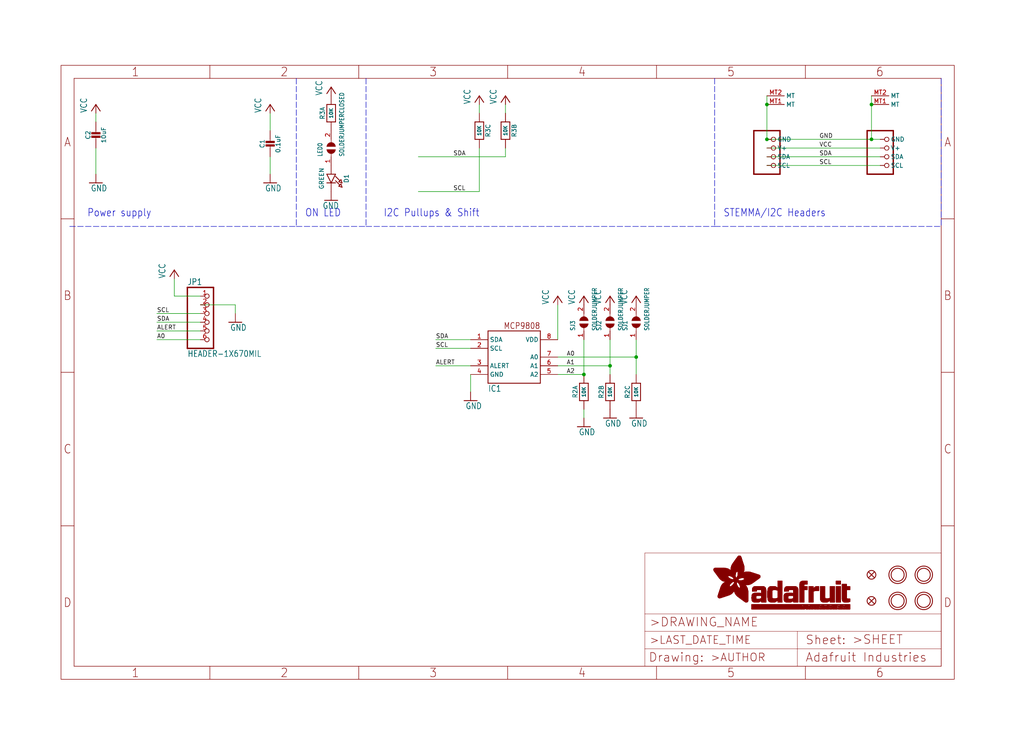
<source format=kicad_sch>
(kicad_sch (version 20211123) (generator eeschema)
  (paper "User" 298.45 217.881)
  (lib_symbols
    (symbol "schematicEagle-eagle-import:CAP_CERAMIC0603_NO"
      (property "Reference" "C" (at -2.29 1.25 90))
      (property "Value" "CAP_CERAMIC0603_NO" (at 2.3 1.25 90))
      (symbol "CAP_CERAMIC0603_NO_1_0"
        (pin passive line (at 0 5.08 270) (length 2.54) (name "1") (number "1"))
        (pin passive line (at 0 -2.54 90) (length 2.54) (name "2") (number "2"))
      )
    )
    (symbol "schematicEagle-eagle-import:CAP_CERAMIC0805-NOOUTLINE"
      (property "Reference" "C" (at -2.29 1.25 90))
      (property "Value" "CAP_CERAMIC0805-NOOUTLINE" (at 2.3 1.25 90))
      (symbol "CAP_CERAMIC0805-NOOUTLINE_1_0"
        (pin passive line (at 0 5.08 270) (length 2.54) (name "1") (number "1"))
        (pin passive line (at 0 -2.54 90) (length 2.54) (name "2") (number "2"))
      )
    )
    (symbol "schematicEagle-eagle-import:FIDUCIAL_1MM")
    (symbol "schematicEagle-eagle-import:FRAME_A4_ADAFRUIT"
      (symbol "FRAME_A4_ADAFRUIT_0_0"
        (text "1" (at 21.6958 1.905 0) (effects (font (size 2.54 2.286))))
        (text "1" (at 21.6958 177.165 0) (effects (font (size 2.54 2.286))))
        (text "2" (at 65.0875 1.905 0) (effects (font (size 2.54 2.286))))
        (text "2" (at 65.0875 177.165 0) (effects (font (size 2.54 2.286))))
        (text "3" (at 108.4792 1.905 0) (effects (font (size 2.54 2.286))))
        (text "3" (at 108.4792 177.165 0) (effects (font (size 2.54 2.286))))
        (text "4" (at 151.8708 1.905 0) (effects (font (size 2.54 2.286))))
        (text "4" (at 151.8708 177.165 0) (effects (font (size 2.54 2.286))))
        (text "5" (at 195.2625 1.905 0) (effects (font (size 2.54 2.286))))
        (text "5" (at 195.2625 177.165 0) (effects (font (size 2.54 2.286))))
        (text "6" (at 238.6542 1.905 0) (effects (font (size 2.54 2.286))))
        (text "6" (at 238.6542 177.165 0) (effects (font (size 2.54 2.286))))
        (text "A" (at 1.905 156.6863 0) (effects (font (size 2.54 2.286))))
        (text "A" (at 258.445 156.6863 0) (effects (font (size 2.54 2.286))))
        (text "B" (at 1.905 111.9188 0) (effects (font (size 2.54 2.286))))
        (text "B" (at 258.445 111.9188 0) (effects (font (size 2.54 2.286))))
        (text "C" (at 1.905 67.1513 0) (effects (font (size 2.54 2.286))))
        (text "C" (at 258.445 67.1513 0) (effects (font (size 2.54 2.286))))
        (text "D" (at 1.905 22.3838 0) (effects (font (size 2.54 2.286))))
        (text "D" (at 258.445 22.3838 0) (effects (font (size 2.54 2.286))))
      )
      (symbol "FRAME_A4_ADAFRUIT_1_0"
        (text ">AUTHOR" (at 189.23 5.08 0) (effects (font (size 2.286 2.286)) (justify left bottom)))
        (text ">DRAWING_NAME" (at 171.45 15.24 0) (effects (font (size 2.54 2.54)) (justify left bottom)))
        (text ">LAST_DATE_TIME" (at 171.45 10.16 0) (effects (font (size 2.286 2.286)) (justify left bottom)))
        (text ">SHEET" (at 230.505 10.16 0) (effects (font (size 2.54 2.54)) (justify left bottom)))
        (text "Adafruit Industries" (at 216.916 4.953 0) (effects (font (size 2.54 2.54)) (justify left bottom)))
        (text "Drawing:" (at 171.196 4.953 0) (effects (font (size 2.54 2.54)) (justify left bottom)))
        (text "Sheet:" (at 216.916 10.033 0) (effects (font (size 2.54 2.54)) (justify left bottom)))
      )
    )
    (symbol "schematicEagle-eagle-import:GND" (power)
      (property "Value" "GND" (at -2.54 -2.54 0))
      (symbol "GND_1_0"
        (pin power_in line (at 0 2.54 270) (length 2.54) (name "GND") (number "1"))
      )
    )
    (symbol "schematicEagle-eagle-import:HEADER-1X670MIL"
      (property "Reference" "JP" (at -6.35 10.795 0))
      (property "Value" "HEADER-1X670MIL" (at -6.35 -10.16 0))
      (symbol "HEADER-1X670MIL_1_0"
        (pin passive inverted (at -2.54 7.62 0) (length 2.54) (name "1") (number "1"))
        (pin passive inverted (at -2.54 5.08 0) (length 2.54) (name "2") (number "2"))
        (pin passive inverted (at -2.54 2.54 0) (length 2.54) (name "3") (number "3"))
        (pin passive inverted (at -2.54 0 0) (length 2.54) (name "4") (number "4"))
        (pin passive inverted (at -2.54 -2.54 0) (length 2.54) (name "5") (number "5"))
        (pin passive inverted (at -2.54 -5.08 0) (length 2.54) (name "6") (number "6"))
      )
    )
    (symbol "schematicEagle-eagle-import:LED0603_NOOUTLINE"
      (property "Reference" "D" (at -1.27 4.445 0))
      (property "Value" "LED0603_NOOUTLINE" (at -1.27 -2.794 0))
      (symbol "LED0603_NOOUTLINE_1_0"
        (pin passive line (at -5.08 0 0) (length 2.54) (name "A") (number "A"))
        (pin passive line (at 2.54 0 180) (length 2.54) (name "C") (number "C"))
      )
    )
    (symbol "schematicEagle-eagle-import:MCP9808-E{slash}MS"
      (property "Reference" "IC" (at -7.62 -10.16 0))
      (symbol "MCP9808-E{slash}MS_1_0"
        (text "MCP9808" (at 7.62 10.16 0) (effects (font (size 1.778 1.5113)) (justify right top)))
        (pin bidirectional line (at -12.7 5.08 0) (length 5.08) (name "SDA") (number "1"))
        (pin bidirectional line (at -12.7 2.54 0) (length 5.08) (name "SCL") (number "2"))
        (pin open_collector line (at -12.7 -2.54 0) (length 5.08) (name "ALERT") (number "3"))
        (pin power_in line (at -12.7 -5.08 0) (length 5.08) (name "GND") (number "4"))
        (pin input line (at 12.7 -5.08 180) (length 5.08) (name "A2") (number "5"))
        (pin input line (at 12.7 -2.54 180) (length 5.08) (name "A1") (number "6"))
        (pin input line (at 12.7 0 180) (length 5.08) (name "A0") (number "7"))
        (pin power_in line (at 12.7 5.08 180) (length 5.08) (name "VDD") (number "8"))
      )
    )
    (symbol "schematicEagle-eagle-import:MOUNTINGHOLE2.5")
    (symbol "schematicEagle-eagle-import:RESISTOR_4PACK"
      (property "Reference" "R" (at 0 2.54 0))
      (property "Value" "RESISTOR_4PACK" (at 0 0 0))
      (symbol "RESISTOR_4PACK_1_0"
        (pin passive line (at -5.08 0 0) (length 2.54) (name "1") (number "1"))
        (pin passive line (at 5.08 0 180) (length 2.54) (name "2") (number "8"))
      )
      (symbol "RESISTOR_4PACK_2_0"
        (pin passive line (at -5.08 0 0) (length 2.54) (name "1") (number "2"))
        (pin passive line (at 5.08 0 180) (length 2.54) (name "2") (number "7"))
      )
      (symbol "RESISTOR_4PACK_3_0"
        (pin passive line (at -5.08 0 0) (length 2.54) (name "1") (number "3"))
        (pin passive line (at 5.08 0 180) (length 2.54) (name "2") (number "6"))
      )
      (symbol "RESISTOR_4PACK_4_0"
        (pin passive line (at -5.08 0 0) (length 2.54) (name "1") (number "4"))
        (pin passive line (at 5.08 0 180) (length 2.54) (name "2") (number "5"))
      )
    )
    (symbol "schematicEagle-eagle-import:SOLDERJUMPER"
      (property "Reference" "SJ" (at -2.54 2.54 0))
      (property "Value" "SOLDERJUMPER" (at -2.54 -3.81 0))
      (symbol "SOLDERJUMPER_1_0"
        (pin passive line (at -5.08 0 0) (length 2.54) (name "1") (number "1"))
        (pin passive line (at 5.08 0 180) (length 2.54) (name "2") (number "2"))
      )
    )
    (symbol "schematicEagle-eagle-import:SOLDERJUMPERCLOSED"
      (property "Reference" "SJ" (at -2.54 2.54 0))
      (property "Value" "SOLDERJUMPERCLOSED" (at -2.54 -3.81 0))
      (symbol "SOLDERJUMPERCLOSED_1_0"
        (pin passive line (at -5.08 0 0) (length 2.54) (name "1") (number "1"))
        (pin passive line (at 5.08 0 180) (length 2.54) (name "2") (number "2"))
      )
    )
    (symbol "schematicEagle-eagle-import:STEMMA_I2C_QT"
      (symbol "STEMMA_I2C_QT_1_0"
        (pin passive inverted (at 0 5.08 0) (length 2.54) (name "GND") (number "1"))
        (pin passive inverted (at 0 2.54 0) (length 2.54) (name "V+") (number "2"))
        (pin passive inverted (at 0 0 0) (length 2.54) (name "SDA") (number "3"))
        (pin passive inverted (at 0 -2.54 0) (length 2.54) (name "SCL") (number "4"))
      )
      (symbol "STEMMA_I2C_QT_2_0"
        (pin bidirectional line (at 0 0 0) (length 5.08) (name "MT") (number "MT1"))
      )
      (symbol "STEMMA_I2C_QT_3_0"
        (pin bidirectional line (at 0 0 0) (length 5.08) (name "MT") (number "MT2"))
      )
    )
    (symbol "schematicEagle-eagle-import:VCC" (power)
      (property "Value" "VCC" (at -2.54 -2.54 90))
      (symbol "VCC_1_0"
        (pin power_in line (at 0 -2.54 90) (length 2.54) (name "VCC") (number "1"))
      )
    )
  )
  (junction (at 254 40.64))
  (junction (at 223.52 40.64))
  (junction (at 254 30.48))
  (junction (at 170.18 109.22))
  (junction (at 185.42 104.14))
  (junction (at 177.8 106.68))
  (junction (at 223.52 30.48))
  (wire (pts (xy 139.7 55.88) (xy 121.92 55.88)))
  (wire (pts (xy 127 99.06) (xy 137.16 99.06)))
  (wire (pts (xy 58.42 93.98) (xy 45.72 93.98)))
  (polyline (pts (xy 208.28 22.86) (xy 208.28 66.04)))
  (wire (pts (xy 137.16 101.6) (xy 127 101.6)))
  (wire (pts (xy 256.54 40.64) (xy 254 40.64)))
  (wire (pts (xy 27.94 33.02) (xy 27.94 35.56)))
  (wire (pts (xy 78.74 45.72) (xy 78.74 50.8)))
  (wire (pts (xy 58.42 88.9) (xy 68.58 88.9)))
  (polyline (pts (xy 208.28 66.04) (xy 274.32 66.04)))
  (wire (pts (xy 162.56 106.68) (xy 177.8 106.68)))
  (wire (pts (xy 177.8 106.68) (xy 177.8 109.22)))
  (wire (pts (xy 254 40.64) (xy 223.52 40.64)))
  (wire (pts (xy 50.8 86.36) (xy 50.8 81.28)))
  (wire (pts (xy 162.56 88.9) (xy 162.56 99.06)))
  (wire (pts (xy 137.16 106.68) (xy 127 106.68)))
  (wire (pts (xy 139.7 30.48) (xy 139.7 33.02)))
  (wire (pts (xy 162.56 104.14) (xy 185.42 104.14)))
  (polyline (pts (xy 86.36 66.04) (xy 106.68 66.04)))
  (wire (pts (xy 223.52 43.18) (xy 256.54 43.18)))
  (wire (pts (xy 170.18 121.92) (xy 170.18 119.38)))
  (wire (pts (xy 27.94 50.8) (xy 27.94 43.18)))
  (wire (pts (xy 137.16 114.3) (xy 137.16 109.22)))
  (wire (pts (xy 58.42 91.44) (xy 45.72 91.44)))
  (wire (pts (xy 170.18 99.06) (xy 170.18 109.22)))
  (wire (pts (xy 58.42 99.06) (xy 45.72 99.06)))
  (polyline (pts (xy 106.68 66.04) (xy 208.28 66.04)))
  (wire (pts (xy 256.54 45.72) (xy 223.52 45.72)))
  (polyline (pts (xy 106.68 22.86) (xy 106.68 66.04)))
  (wire (pts (xy 147.32 43.18) (xy 147.32 45.72)))
  (wire (pts (xy 223.52 30.48) (xy 223.52 40.64)))
  (wire (pts (xy 58.42 96.52) (xy 45.72 96.52)))
  (wire (pts (xy 223.52 48.26) (xy 256.54 48.26)))
  (polyline (pts (xy 20.32 66.04) (xy 86.36 66.04)))
  (wire (pts (xy 254 30.48) (xy 254 40.64)))
  (wire (pts (xy 223.52 27.94) (xy 223.52 30.48)))
  (wire (pts (xy 177.8 99.06) (xy 177.8 106.68)))
  (wire (pts (xy 58.42 86.36) (xy 50.8 86.36)))
  (polyline (pts (xy 274.32 22.86) (xy 274.32 66.04)))
  (wire (pts (xy 254 27.94) (xy 254 30.48)))
  (wire (pts (xy 68.58 88.9) (xy 68.58 91.44)))
  (wire (pts (xy 139.7 43.18) (xy 139.7 55.88)))
  (wire (pts (xy 78.74 33.02) (xy 78.74 38.1)))
  (wire (pts (xy 185.42 99.06) (xy 185.42 104.14)))
  (polyline (pts (xy 86.36 22.86) (xy 86.36 66.04)))
  (wire (pts (xy 147.32 33.02) (xy 147.32 30.48)))
  (wire (pts (xy 162.56 109.22) (xy 170.18 109.22)))
  (wire (pts (xy 185.42 104.14) (xy 185.42 109.22)))
  (wire (pts (xy 147.32 45.72) (xy 121.92 45.72)))
  (text "I2C Pullups & Shift" (at 111.76 63.5 180) (effects (font (size 2.1844 1.8567)) (justify left bottom)))
  (text "Power supply" (at 25.4 63.5 180) (effects (font (size 2.1844 1.8567)) (justify left bottom)))
  (text "ON LED" (at 88.9 63.5 180) (effects (font (size 2.1844 1.8567)) (justify left bottom)))
  (text "STEMMA/I2C Headers" (at 210.82 63.5 180) (effects (font (size 2.1844 1.8567)) (justify left bottom)))
  (label "GND" (at 238.76 40.64 0) (effects (font (size 1.2446 1.2446))))
  (label "ALERT" (at 45.72 96.52 0) (effects (font (size 1.2446 1.2446))))
  (label "A0" (at 165.1 104.14 0) (effects (font (size 1.2446 1.2446))))
  (label "VCC" (at 238.76 43.18 0) (effects (font (size 1.2446 1.2446))))
  (label "A2" (at 165.1 109.22 0) (effects (font (size 1.2446 1.2446))))
  (label "ALERT" (at 127 106.68 0) (effects (font (size 1.2446 1.2446))))
  (label "SDA" (at 238.76 45.72 0) (effects (font (size 1.2446 1.2446))))
  (label "A0" (at 45.72 99.06 0) (effects (font (size 1.2446 1.2446))))
  (label "A1" (at 165.1 106.68 0) (effects (font (size 1.2446 1.2446))))
  (label "SDA" (at 127 99.06 0) (effects (font (size 1.2446 1.2446))))
  (label "SDA" (at 132.08 45.72 0) (effects (font (size 1.2446 1.2446))))
  (label "SCL" (at 238.76 48.26 0) (effects (font (size 1.2446 1.2446))))
  (label "SCL" (at 45.72 91.44 0) (effects (font (size 1.2446 1.2446))))
  (label "SCL" (at 132.08 55.88 0) (effects (font (size 1.2446 1.2446))))
  (label "SDA" (at 45.72 93.98 0) (effects (font (size 1.2446 1.2446))))
  (label "SCL" (at 127 101.6 0) (effects (font (size 1.2446 1.2446))))
  (symbol (lib_id "schematicEagle-eagle-import:GND") (at 68.58 93.98 0) (unit 1)
    (property "Reference" "#U$10" (effects hide))
    (property "Value" "GND" (at 67.056 96.52 0) (effects (font (size 1.778 1.5113)) (justify left bottom)))
    (property "Footprint" "schematicEagle:" (effects hide))
  )
  (symbol (lib_id "schematicEagle-eagle-import:RESISTOR_4PACK") (at 177.8 114.3 90) (unit 2)
    (property "Reference" "R2" (at 175.26 114.3 0))
    (property "Value" "10K" (at 177.8 114.3 0) (effects (font (size 1.016 1.016) bold)))
    (property "Footprint" "schematicEagle:RESPACK_4X0603" (effects hide))
  )
  (symbol (lib_id "schematicEagle-eagle-import:GND") (at 96.52 58.42 0) (unit 1)
    (property "Reference" "#GND6" (effects hide))
    (property "Value" "GND" (at 93.98 60.96 0) (effects (font (size 1.778 1.5113)) (justify left bottom)))
    (property "Footprint" "schematicEagle:" (effects hide))
  )
  (symbol (lib_id "schematicEagle-eagle-import:MOUNTINGHOLE2.5") (at 261.62 175.26 0) (unit 1)
    (property "Reference" "U$1" (effects hide))
    (property "Value" "MOUNTINGHOLE2.5" (effects hide))
    (property "Footprint" "schematicEagle:MOUNTINGHOLE_2.5_PLATED" (effects hide))
  )
  (symbol (lib_id "schematicEagle-eagle-import:STEMMA_I2C_QT") (at 254 30.48 0) (unit 2)
    (property "Reference" "CONN4" (effects hide))
    (property "Value" "STEMMA_I2C_QT" (effects hide))
    (property "Footprint" "schematicEagle:JST_SH4" (effects hide))
  )
  (symbol (lib_id "schematicEagle-eagle-import:VCC") (at 185.42 86.36 0) (unit 1)
    (property "Reference" "#P+10" (effects hide))
    (property "Value" "VCC" (at 182.88 88.9 90) (effects (font (size 1.778 1.5113)) (justify left bottom)))
    (property "Footprint" "schematicEagle:" (effects hide))
  )
  (symbol (lib_id "schematicEagle-eagle-import:RESISTOR_4PACK") (at 139.7 38.1 270) (unit 3)
    (property "Reference" "R3" (at 142.24 38.1 0))
    (property "Value" "10K" (at 139.7 38.1 0) (effects (font (size 1.016 1.016) bold)))
    (property "Footprint" "schematicEagle:RESPACK_4X0603" (effects hide))
  )
  (symbol (lib_id "schematicEagle-eagle-import:MOUNTINGHOLE2.5") (at 261.62 167.64 0) (unit 1)
    (property "Reference" "U$17" (effects hide))
    (property "Value" "MOUNTINGHOLE2.5" (effects hide))
    (property "Footprint" "schematicEagle:MOUNTINGHOLE_2.5_PLATED" (effects hide))
  )
  (symbol (lib_id "schematicEagle-eagle-import:LED0603_NOOUTLINE") (at 96.52 53.34 270) (unit 1)
    (property "Reference" "D1" (at 100.965 52.07 0))
    (property "Value" "GREEN" (at 93.726 52.07 0))
    (property "Footprint" "schematicEagle:CHIPLED_0603_NOOUTLINE" (effects hide))
  )
  (symbol (lib_id "schematicEagle-eagle-import:GND") (at 137.16 116.84 0) (unit 1)
    (property "Reference" "#U$2" (effects hide))
    (property "Value" "GND" (at 135.636 119.38 0) (effects (font (size 1.778 1.5113)) (justify left bottom)))
    (property "Footprint" "schematicEagle:" (effects hide))
  )
  (symbol (lib_id "schematicEagle-eagle-import:CAP_CERAMIC0805-NOOUTLINE") (at 27.94 40.64 0) (unit 1)
    (property "Reference" "C2" (at 25.65 39.39 90))
    (property "Value" "10uF" (at 30.24 39.39 90))
    (property "Footprint" "schematicEagle:0805-NO" (effects hide))
  )
  (symbol (lib_id "schematicEagle-eagle-import:STEMMA_I2C_QT") (at 223.52 30.48 0) (unit 2)
    (property "Reference" "CONN3" (effects hide))
    (property "Value" "STEMMA_I2C_QT" (effects hide))
    (property "Footprint" "schematicEagle:JST_SH4" (effects hide))
  )
  (symbol (lib_id "schematicEagle-eagle-import:FRAME_A4_ADAFRUIT") (at 17.78 198.12 0) (unit 1)
    (property "Reference" "#U$18" (effects hide))
    (property "Value" "FRAME_A4_ADAFRUIT" (effects hide))
    (property "Footprint" "schematicEagle:" (effects hide))
  )
  (symbol (lib_id "schematicEagle-eagle-import:CAP_CERAMIC0603_NO") (at 78.74 43.18 0) (unit 1)
    (property "Reference" "C1" (at 76.45 41.93 90))
    (property "Value" "0.1uF" (at 81.04 41.93 90))
    (property "Footprint" "schematicEagle:0603-NO" (effects hide))
  )
  (symbol (lib_id "schematicEagle-eagle-import:VCC") (at 147.32 27.94 0) (unit 1)
    (property "Reference" "#P+2" (effects hide))
    (property "Value" "VCC" (at 144.78 30.48 90) (effects (font (size 1.778 1.5113)) (justify left bottom)))
    (property "Footprint" "schematicEagle:" (effects hide))
  )
  (symbol (lib_id "schematicEagle-eagle-import:VCC") (at 162.56 86.36 0) (unit 1)
    (property "Reference" "#P+7" (effects hide))
    (property "Value" "VCC" (at 160.02 88.9 90) (effects (font (size 1.778 1.5113)) (justify left bottom)))
    (property "Footprint" "schematicEagle:" (effects hide))
  )
  (symbol (lib_id "schematicEagle-eagle-import:SOLDERJUMPER") (at 185.42 93.98 90) (unit 1)
    (property "Reference" "SJ1" (at 182.88 96.52 0) (effects (font (size 1.27 1.0795)) (justify left bottom)))
    (property "Value" "SOLDERJUMPER" (at 189.23 96.52 0) (effects (font (size 1.27 1.0795)) (justify left bottom)))
    (property "Footprint" "schematicEagle:SOLDERJUMPER_ARROW_NOPASTE" (effects hide))
  )
  (symbol (lib_id "schematicEagle-eagle-import:GND") (at 185.42 121.92 0) (unit 1)
    (property "Reference" "#U$11" (effects hide))
    (property "Value" "GND" (at 183.896 124.46 0) (effects (font (size 1.778 1.5113)) (justify left bottom)))
    (property "Footprint" "schematicEagle:" (effects hide))
  )
  (symbol (lib_id "schematicEagle-eagle-import:MOUNTINGHOLE2.5") (at 269.24 167.64 0) (unit 1)
    (property "Reference" "U$19" (effects hide))
    (property "Value" "MOUNTINGHOLE2.5" (effects hide))
    (property "Footprint" "schematicEagle:MOUNTINGHOLE_2.5_PLATED" (effects hide))
  )
  (symbol (lib_id "schematicEagle-eagle-import:VCC") (at 50.8 78.74 0) (unit 1)
    (property "Reference" "#P+4" (effects hide))
    (property "Value" "VCC" (at 48.26 81.28 90) (effects (font (size 1.778 1.5113)) (justify left bottom)))
    (property "Footprint" "schematicEagle:" (effects hide))
  )
  (symbol (lib_id "schematicEagle-eagle-import:GND") (at 170.18 124.46 0) (unit 1)
    (property "Reference" "#U$8" (effects hide))
    (property "Value" "GND" (at 168.656 127 0) (effects (font (size 1.778 1.5113)) (justify left bottom)))
    (property "Footprint" "schematicEagle:" (effects hide))
  )
  (symbol (lib_id "schematicEagle-eagle-import:MCP9808-E{slash}MS") (at 149.86 104.14 0) (unit 1)
    (property "Reference" "IC1" (at 142.24 114.3 0) (effects (font (size 1.778 1.5113)) (justify left bottom)))
    (property "Value" "MCP9808-E{slash}MS" (effects hide))
    (property "Footprint" "schematicEagle:MSOP8_0.65MM" (effects hide))
  )
  (symbol (lib_id "schematicEagle-eagle-import:GND") (at 78.74 53.34 0) (unit 1)
    (property "Reference" "#U$6" (effects hide))
    (property "Value" "GND" (at 77.216 55.88 0) (effects (font (size 1.778 1.5113)) (justify left bottom)))
    (property "Footprint" "schematicEagle:" (effects hide))
  )
  (symbol (lib_id "schematicEagle-eagle-import:VCC") (at 78.74 30.48 0) (unit 1)
    (property "Reference" "#P+5" (effects hide))
    (property "Value" "VCC" (at 76.2 33.02 90) (effects (font (size 1.778 1.5113)) (justify left bottom)))
    (property "Footprint" "schematicEagle:" (effects hide))
  )
  (symbol (lib_id "schematicEagle-eagle-import:VCC") (at 27.94 30.48 0) (unit 1)
    (property "Reference" "#P+3" (effects hide))
    (property "Value" "VCC" (at 25.4 33.02 90) (effects (font (size 1.778 1.5113)) (justify left bottom)))
    (property "Footprint" "schematicEagle:" (effects hide))
  )
  (symbol (lib_id "schematicEagle-eagle-import:STEMMA_I2C_QT") (at 254 27.94 0) (unit 3)
    (property "Reference" "CONN4" (effects hide))
    (property "Value" "STEMMA_I2C_QT" (effects hide))
    (property "Footprint" "schematicEagle:JST_SH4" (effects hide))
  )
  (symbol (lib_id "schematicEagle-eagle-import:RESISTOR_4PACK") (at 170.18 114.3 90) (unit 1)
    (property "Reference" "R2" (at 167.64 114.3 0))
    (property "Value" "10K" (at 170.18 114.3 0) (effects (font (size 1.016 1.016) bold)))
    (property "Footprint" "schematicEagle:RESPACK_4X0603" (effects hide))
  )
  (symbol (lib_id "schematicEagle-eagle-import:RESISTOR_4PACK") (at 185.42 114.3 90) (unit 3)
    (property "Reference" "R2" (at 182.88 114.3 0))
    (property "Value" "10K" (at 185.42 114.3 0) (effects (font (size 1.016 1.016) bold)))
    (property "Footprint" "schematicEagle:RESPACK_4X0603" (effects hide))
  )
  (symbol (lib_id "schematicEagle-eagle-import:GND") (at 27.94 53.34 0) (unit 1)
    (property "Reference" "#U$13" (effects hide))
    (property "Value" "GND" (at 26.416 55.88 0) (effects (font (size 1.778 1.5113)) (justify left bottom)))
    (property "Footprint" "schematicEagle:" (effects hide))
  )
  (symbol (lib_id "schematicEagle-eagle-import:STEMMA_I2C_QT") (at 223.52 27.94 0) (unit 3)
    (property "Reference" "CONN3" (effects hide))
    (property "Value" "STEMMA_I2C_QT" (effects hide))
    (property "Footprint" "schematicEagle:JST_SH4" (effects hide))
  )
  (symbol (lib_id "schematicEagle-eagle-import:SOLDERJUMPER") (at 170.18 93.98 90) (unit 1)
    (property "Reference" "SJ3" (at 167.64 96.52 0) (effects (font (size 1.27 1.0795)) (justify left bottom)))
    (property "Value" "SOLDERJUMPER" (at 173.99 96.52 0) (effects (font (size 1.27 1.0795)) (justify left bottom)))
    (property "Footprint" "schematicEagle:SOLDERJUMPER_ARROW_NOPASTE" (effects hide))
  )
  (symbol (lib_id "schematicEagle-eagle-import:HEADER-1X670MIL") (at 60.96 93.98 0) (unit 1)
    (property "Reference" "JP1" (at 54.61 83.185 0) (effects (font (size 1.778 1.5113)) (justify left bottom)))
    (property "Value" "HEADER-1X670MIL" (at 54.61 104.14 0) (effects (font (size 1.778 1.5113)) (justify left bottom)))
    (property "Footprint" "schematicEagle:1X06_ROUND_70" (effects hide))
  )
  (symbol (lib_id "schematicEagle-eagle-import:MOUNTINGHOLE2.5") (at 269.24 175.26 0) (unit 1)
    (property "Reference" "U$21" (effects hide))
    (property "Value" "MOUNTINGHOLE2.5" (effects hide))
    (property "Footprint" "schematicEagle:MOUNTINGHOLE_2.5_PLATED" (effects hide))
  )
  (symbol (lib_id "schematicEagle-eagle-import:RESISTOR_4PACK") (at 147.32 38.1 270) (unit 2)
    (property "Reference" "R3" (at 149.86 38.1 0))
    (property "Value" "10K" (at 147.32 38.1 0) (effects (font (size 1.016 1.016) bold)))
    (property "Footprint" "schematicEagle:RESPACK_4X0603" (effects hide))
  )
  (symbol (lib_id "schematicEagle-eagle-import:GND") (at 177.8 121.92 0) (unit 1)
    (property "Reference" "#U$9" (effects hide))
    (property "Value" "GND" (at 176.276 124.46 0) (effects (font (size 1.778 1.5113)) (justify left bottom)))
    (property "Footprint" "schematicEagle:" (effects hide))
  )
  (symbol (lib_id "schematicEagle-eagle-import:SOLDERJUMPER") (at 177.8 93.98 90) (unit 1)
    (property "Reference" "SJ2" (at 175.26 96.52 0) (effects (font (size 1.27 1.0795)) (justify left bottom)))
    (property "Value" "SOLDERJUMPER" (at 181.61 96.52 0) (effects (font (size 1.27 1.0795)) (justify left bottom)))
    (property "Footprint" "schematicEagle:SOLDERJUMPER_ARROW_NOPASTE" (effects hide))
  )
  (symbol (lib_id "schematicEagle-eagle-import:VCC") (at 139.7 27.94 0) (unit 1)
    (property "Reference" "#P+1" (effects hide))
    (property "Value" "VCC" (at 137.16 30.48 90) (effects (font (size 1.778 1.5113)) (justify left bottom)))
    (property "Footprint" "schematicEagle:" (effects hide))
  )
  (symbol (lib_id "schematicEagle-eagle-import:STEMMA_I2C_QT") (at 256.54 45.72 0) (unit 1)
    (property "Reference" "CONN4" (effects hide))
    (property "Value" "STEMMA_I2C_QT" (effects hide))
    (property "Footprint" "schematicEagle:JST_SH4" (effects hide))
  )
  (symbol (lib_id "schematicEagle-eagle-import:STEMMA_I2C_QT") (at 223.52 45.72 0) (unit 1)
    (property "Reference" "CONN3" (effects hide))
    (property "Value" "STEMMA_I2C_QT" (effects hide))
    (property "Footprint" "schematicEagle:JST_SH4" (effects hide))
  )
  (symbol (lib_id "schematicEagle-eagle-import:VCC") (at 170.18 86.36 0) (unit 1)
    (property "Reference" "#P+8" (effects hide))
    (property "Value" "VCC" (at 167.64 88.9 90) (effects (font (size 1.778 1.5113)) (justify left bottom)))
    (property "Footprint" "schematicEagle:" (effects hide))
  )
  (symbol (lib_id "schematicEagle-eagle-import:FIDUCIAL_1MM") (at 254 167.64 0) (unit 1)
    (property "Reference" "FID4" (effects hide))
    (property "Value" "FIDUCIAL_1MM" (effects hide))
    (property "Footprint" "schematicEagle:FIDUCIAL_1MM" (effects hide))
  )
  (symbol (lib_id "schematicEagle-eagle-import:RESISTOR_4PACK") (at 96.52 33.02 90) (unit 1)
    (property "Reference" "R3" (at 93.98 33.02 0))
    (property "Value" "10K" (at 96.52 33.02 0) (effects (font (size 1.016 1.016) bold)))
    (property "Footprint" "schematicEagle:RESPACK_4X0603" (effects hide))
  )
  (symbol (lib_id "schematicEagle-eagle-import:SOLDERJUMPERCLOSED") (at 96.52 43.18 90) (unit 1)
    (property "Reference" "LED0" (at 93.98 45.72 0) (effects (font (size 1.27 1.0795)) (justify left bottom)))
    (property "Value" "SOLDERJUMPERCLOSED" (at 100.33 45.72 0) (effects (font (size 1.27 1.0795)) (justify left bottom)))
    (property "Footprint" "schematicEagle:SOLDERJUMPER_CLOSEDWIRE" (effects hide))
  )
  (symbol (lib_id "schematicEagle-eagle-import:VCC") (at 96.52 25.4 0) (unit 1)
    (property "Reference" "#P+6" (effects hide))
    (property "Value" "VCC" (at 93.98 27.94 90) (effects (font (size 1.778 1.5113)) (justify left bottom)))
    (property "Footprint" "schematicEagle:" (effects hide))
  )
  (symbol (lib_id "schematicEagle-eagle-import:VCC") (at 177.8 86.36 0) (unit 1)
    (property "Reference" "#P+9" (effects hide))
    (property "Value" "VCC" (at 175.26 88.9 90) (effects (font (size 1.778 1.5113)) (justify left bottom)))
    (property "Footprint" "schematicEagle:" (effects hide))
  )
  (symbol (lib_id "schematicEagle-eagle-import:FIDUCIAL_1MM") (at 254 175.26 0) (unit 1)
    (property "Reference" "FID3" (effects hide))
    (property "Value" "FIDUCIAL_1MM" (effects hide))
    (property "Footprint" "schematicEagle:FIDUCIAL_1MM" (effects hide))
  )
)
</source>
